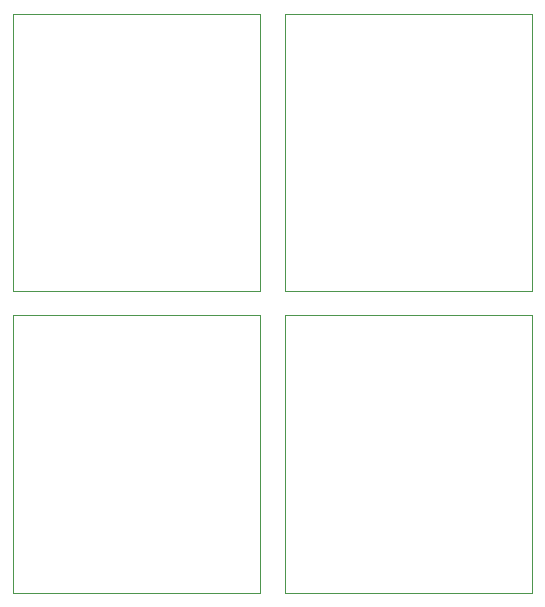
<source format=gbp>
G75*
G70*
%OFA0B0*%
%FSLAX24Y24*%
%IPPOS*%
%LPD*%
%AMOC8*
5,1,8,0,0,1.08239X$1,22.5*
%
%ADD10C,0.0000*%
D10*
X000150Y000150D02*
X000150Y009402D01*
X008400Y009400D01*
X008400Y000150D01*
X000150Y000150D01*
X009205Y000150D02*
X009205Y009402D01*
X017455Y009400D01*
X017455Y000150D01*
X009205Y000150D01*
X009205Y010189D02*
X009205Y019441D01*
X017455Y019439D01*
X017455Y010189D01*
X009205Y010189D01*
X008400Y010189D02*
X008400Y019439D01*
X000150Y019441D01*
X000150Y010189D01*
X008400Y010189D01*
M02*

</source>
